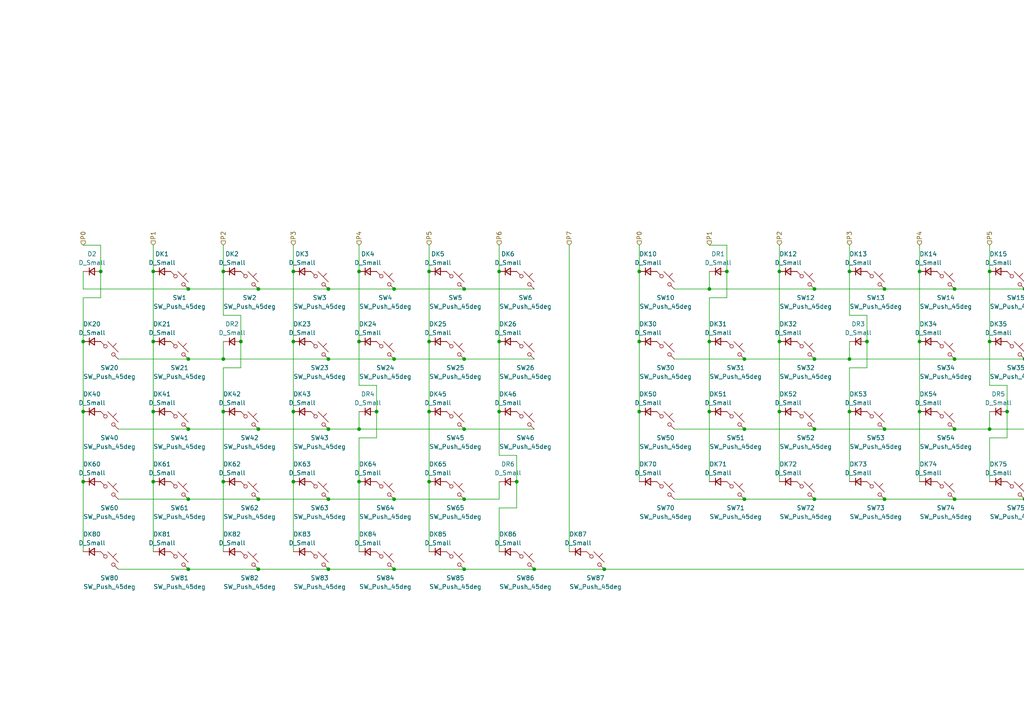
<source format=kicad_sch>
(kicad_sch (version 20230121) (generator eeschema)
  (paper "A4")
  (lib_symbols
    (symbol "Device:D_Small" (pin_numbers hide) (pin_names (offset 0.254) hide)
      (property "Reference" "D" (at -1.27 2.032 0))
      (property "Value" "D_Small" (at -3.81 -2.032 0))
      (symbol "D_Small_0_1"
        (polyline (pts (xy -0.762 -1.016) (xy -0.762 1.016)) (stroke (width 0.254)))
        (polyline (pts (xy -0.762 0) (xy 0.762 0)))
        (polyline (pts (xy 0.762 -1.016) (xy -0.762 0) (xy 0.762 1.016) (xy 0.762 -1.016)) (stroke (width 0.254)))
      )
      (symbol "D_Small_1_1"
        (pin passive line (at -2.54 0 0) (length 1.778) (name "K") (number "1"))
        (pin passive line (at 2.54 0 180) (length 1.778) (name "A") (number "2"))
      )
    )
    (symbol "Switch:SW_Push_45deg" (pin_numbers hide) (pin_names (offset 1.016) hide)
      (property "Reference" "SW" (at 3.048 1.016 0))
      (property "Value" "SW_Push_45deg" (at 0 -3.81 0))
      (symbol "SW_Push_45deg_0_1"
        (circle (center -1.1684 1.1684) (radius 0.508))
        (polyline (pts (xy -0.508 2.54) (xy 2.54 -0.508)))
        (polyline (pts (xy 1.016 1.016) (xy 2.032 2.032)))
        (polyline (pts (xy -2.54 2.54) (xy -1.524 1.524) (xy -1.524 1.524)))
        (polyline (pts (xy 1.524 -1.524) (xy 2.54 -2.54) (xy 2.54 -2.54) (xy 2.54 -2.54)))
        (circle (center 1.143 -1.1938) (radius 0.508))
        (pin passive line (at -2.54 2.54 0) (length 0) (name "1") (number "1"))
        (pin passive line (at 2.54 -2.54 180) (length 0) (name "2") (number "2"))
      )
    )
  )
  (junction (at 307.34 119.38))
  (junction (at 124.46 139.7))
  (junction (at 114.3 104.14))
  (junction (at 256.54 144.78))
  (junction (at 24.13 139.7))
  (junction (at 134.62 124.46))
  (junction (at 74.93 124.46))
  (junction (at 124.46 119.38))
  (junction (at 149.86 139.7))
  (junction (at 134.62 104.14))
  (junction (at 246.38 78.74))
  (junction (at 226.06 78.74))
  (junction (at 64.77 139.7))
  (junction (at 29.21 78.74))
  (junction (at 134.62 83.82))
  (junction (at 292.1 119.38))
  (junction (at 215.9 144.78))
  (junction (at 54.61 83.82))
  (junction (at 114.3 83.82))
  (junction (at 124.46 78.74))
  (junction (at 95.25 165.1))
  (junction (at 210.82 78.74))
  (junction (at 24.13 99.06))
  (junction (at 85.09 78.74))
  (junction (at 236.22 124.46))
  (junction (at 251.46 99.06))
  (junction (at 236.22 104.14))
  (junction (at 109.22 119.38))
  (junction (at 236.22 144.78))
  (junction (at 317.5 144.78))
  (junction (at 236.22 83.82))
  (junction (at 44.45 78.74))
  (junction (at 307.34 78.74))
  (junction (at 276.86 104.14))
  (junction (at 54.61 144.78))
  (junction (at 215.9 104.14))
  (junction (at 144.78 78.74))
  (junction (at 297.18 83.82))
  (junction (at 276.86 144.78))
  (junction (at 74.93 144.78))
  (junction (at 104.14 78.74))
  (junction (at 205.74 99.06))
  (junction (at 74.93 83.82))
  (junction (at 44.45 99.06))
  (junction (at 104.14 139.7))
  (junction (at 64.77 78.74))
  (junction (at 95.25 144.78))
  (junction (at 134.62 144.78))
  (junction (at 95.25 83.82))
  (junction (at 317.5 83.82))
  (junction (at 226.06 119.38))
  (junction (at 327.66 119.38))
  (junction (at 276.86 124.46))
  (junction (at 124.46 99.06))
  (junction (at 44.45 119.38))
  (junction (at 297.18 144.78))
  (junction (at 134.62 165.1))
  (junction (at 266.7 99.06))
  (junction (at 307.34 99.06))
  (junction (at 104.14 124.46))
  (junction (at 44.45 139.7))
  (junction (at 144.78 99.06))
  (junction (at 287.02 124.46))
  (junction (at 175.26 165.1))
  (junction (at 266.7 78.74))
  (junction (at 287.02 78.74))
  (junction (at 104.14 99.06))
  (junction (at 317.5 124.46))
  (junction (at 327.66 99.06))
  (junction (at 185.42 99.06))
  (junction (at 297.18 104.14))
  (junction (at 215.9 124.46))
  (junction (at 205.74 83.82))
  (junction (at 85.09 119.38))
  (junction (at 276.86 83.82))
  (junction (at 114.3 144.78))
  (junction (at 226.06 99.06))
  (junction (at 317.5 104.14))
  (junction (at 64.77 119.38))
  (junction (at 24.13 119.38))
  (junction (at 154.94 165.1))
  (junction (at 144.78 119.38))
  (junction (at 246.38 119.38))
  (junction (at 114.3 165.1))
  (junction (at 85.09 99.06))
  (junction (at 287.02 99.06))
  (junction (at 266.7 119.38))
  (junction (at 85.09 139.7))
  (junction (at 69.85 99.06))
  (junction (at 205.74 119.38))
  (junction (at 64.77 104.14))
  (junction (at 74.93 165.1))
  (junction (at 256.54 124.46))
  (junction (at 54.61 165.1))
  (junction (at 95.25 104.14))
  (junction (at 185.42 78.74))
  (junction (at 327.66 78.74))
  (junction (at 95.25 124.46))
  (junction (at 246.38 104.14))
  (junction (at 185.42 119.38))
  (junction (at 54.61 124.46))
  (junction (at 54.61 104.14))
  (junction (at 256.54 83.82))
  (wire (pts (xy 307.34 99.06) (xy 307.34 119.38)))
  (wire (pts (xy 226.06 71.12) (xy 226.06 78.74)))
  (wire (pts (xy 104.14 160.02) (xy 104.14 139.7)))
  (wire (pts (xy 64.77 139.7) (xy 64.77 160.02)))
  (wire (pts (xy 215.9 144.78) (xy 236.22 144.78)))
  (wire (pts (xy 246.38 78.74) (xy 246.38 91.44)))
  (wire (pts (xy 85.09 71.12) (xy 85.09 78.74)))
  (wire (pts (xy 54.61 124.46) (xy 74.93 124.46)))
  (wire (pts (xy 74.93 144.78) (xy 95.25 144.78)))
  (wire (pts (xy 144.78 147.32) (xy 144.78 160.02)))
  (wire (pts (xy 246.38 91.44) (xy 251.46 91.44)))
  (wire (pts (xy 307.34 119.38) (xy 307.34 139.7)))
  (wire (pts (xy 144.78 144.78) (xy 144.78 139.7)))
  (wire (pts (xy 317.5 104.14) (xy 337.82 104.14)))
  (wire (pts (xy 149.86 139.7) (xy 149.86 147.32)))
  (wire (pts (xy 205.74 83.82) (xy 236.22 83.82)))
  (wire (pts (xy 287.02 71.12) (xy 287.02 78.74)))
  (wire (pts (xy 292.1 119.38) (xy 292.1 127)))
  (wire (pts (xy 210.82 71.12) (xy 210.82 78.74)))
  (wire (pts (xy 24.13 99.06) (xy 24.13 119.38)))
  (wire (pts (xy 144.78 78.74) (xy 144.78 99.06)))
  (wire (pts (xy 297.18 83.82) (xy 317.5 83.82)))
  (wire (pts (xy 104.14 78.74) (xy 104.14 99.06)))
  (wire (pts (xy 29.21 78.74) (xy 29.21 86.36)))
  (wire (pts (xy 44.45 99.06) (xy 44.45 119.38)))
  (wire (pts (xy 104.14 127) (xy 109.22 127)))
  (wire (pts (xy 64.77 71.12) (xy 64.77 78.74)))
  (wire (pts (xy 266.7 119.38) (xy 266.7 139.7)))
  (wire (pts (xy 95.25 165.1) (xy 114.3 165.1)))
  (wire (pts (xy 134.62 124.46) (xy 154.94 124.46)))
  (wire (pts (xy 266.7 71.12) (xy 266.7 78.74)))
  (wire (pts (xy 246.38 119.38) (xy 246.38 139.7)))
  (wire (pts (xy 29.21 71.12) (xy 29.21 78.74)))
  (wire (pts (xy 85.09 119.38) (xy 85.09 139.7)))
  (wire (pts (xy 24.13 86.36) (xy 24.13 99.06)))
  (wire (pts (xy 327.66 78.74) (xy 327.66 99.06)))
  (wire (pts (xy 24.13 119.38) (xy 24.13 139.7)))
  (wire (pts (xy 287.02 78.74) (xy 287.02 99.06)))
  (wire (pts (xy 185.42 119.38) (xy 185.42 139.7)))
  (wire (pts (xy 124.46 78.74) (xy 124.46 99.06)))
  (wire (pts (xy 287.02 127) (xy 287.02 139.7)))
  (wire (pts (xy 109.22 127) (xy 109.22 119.38)))
  (wire (pts (xy 74.93 165.1) (xy 95.25 165.1)))
  (wire (pts (xy 74.93 83.82) (xy 95.25 83.82)))
  (wire (pts (xy 317.5 83.82) (xy 337.82 83.82)))
  (wire (pts (xy 353.06 152.4) (xy 347.98 152.4)))
  (wire (pts (xy 236.22 104.14) (xy 246.38 104.14)))
  (wire (pts (xy 307.34 78.74) (xy 307.34 99.06)))
  (wire (pts (xy 34.29 104.14) (xy 54.61 104.14)))
  (wire (pts (xy 205.74 86.36) (xy 205.74 99.06)))
  (wire (pts (xy 327.66 119.38) (xy 327.66 132.08)))
  (wire (pts (xy 236.22 144.78) (xy 256.54 144.78)))
  (wire (pts (xy 149.86 147.32) (xy 144.78 147.32)))
  (wire (pts (xy 292.1 111.76) (xy 292.1 119.38)))
  (wire (pts (xy 29.21 86.36) (xy 24.13 86.36)))
  (wire (pts (xy 114.3 144.78) (xy 134.62 144.78)))
  (wire (pts (xy 24.13 139.7) (xy 24.13 160.02)))
  (wire (pts (xy 114.3 83.82) (xy 134.62 83.82)))
  (wire (pts (xy 185.42 78.74) (xy 185.42 99.06)))
  (wire (pts (xy 104.14 71.12) (xy 104.14 78.74)))
  (wire (pts (xy 195.58 104.14) (xy 215.9 104.14)))
  (wire (pts (xy 24.13 83.82) (xy 54.61 83.82)))
  (wire (pts (xy 69.85 91.44) (xy 69.85 99.06)))
  (wire (pts (xy 69.85 99.06) (xy 69.85 106.68)))
  (wire (pts (xy 124.46 119.38) (xy 124.46 139.7)))
  (wire (pts (xy 144.78 99.06) (xy 144.78 119.38)))
  (wire (pts (xy 124.46 71.12) (xy 124.46 78.74)))
  (wire (pts (xy 64.77 99.06) (xy 64.77 104.14)))
  (wire (pts (xy 251.46 91.44) (xy 251.46 99.06)))
  (wire (pts (xy 297.18 104.14) (xy 317.5 104.14)))
  (wire (pts (xy 64.77 119.38) (xy 64.77 139.7)))
  (wire (pts (xy 85.09 139.7) (xy 85.09 160.02)))
  (wire (pts (xy 185.42 71.12) (xy 185.42 78.74)))
  (wire (pts (xy 134.62 144.78) (xy 144.78 144.78)))
  (wire (pts (xy 64.77 106.68) (xy 64.77 119.38)))
  (wire (pts (xy 256.54 144.78) (xy 276.86 144.78)))
  (wire (pts (xy 95.25 144.78) (xy 114.3 144.78)))
  (wire (pts (xy 327.66 71.12) (xy 327.66 78.74)))
  (wire (pts (xy 215.9 104.14) (xy 236.22 104.14)))
  (wire (pts (xy 276.86 144.78) (xy 297.18 144.78)))
  (wire (pts (xy 54.61 144.78) (xy 74.93 144.78)))
  (wire (pts (xy 226.06 99.06) (xy 226.06 119.38)))
  (wire (pts (xy 256.54 124.46) (xy 276.86 124.46)))
  (wire (pts (xy 251.46 99.06) (xy 251.46 106.68)))
  (wire (pts (xy 54.61 165.1) (xy 74.93 165.1)))
  (wire (pts (xy 64.77 78.74) (xy 64.77 91.44)))
  (wire (pts (xy 95.25 83.82) (xy 114.3 83.82)))
  (wire (pts (xy 307.34 71.12) (xy 307.34 78.74)))
  (wire (pts (xy 215.9 124.46) (xy 236.22 124.46)))
  (wire (pts (xy 74.93 124.46) (xy 95.25 124.46)))
  (wire (pts (xy 236.22 83.82) (xy 256.54 83.82)))
  (wire (pts (xy 104.14 119.38) (xy 104.14 124.46)))
  (wire (pts (xy 246.38 106.68) (xy 246.38 119.38)))
  (wire (pts (xy 287.02 111.76) (xy 292.1 111.76)))
  (wire (pts (xy 205.74 119.38) (xy 205.74 139.7)))
  (wire (pts (xy 195.58 83.82) (xy 205.74 83.82)))
  (wire (pts (xy 276.86 124.46) (xy 287.02 124.46)))
  (wire (pts (xy 95.25 124.46) (xy 104.14 124.46)))
  (wire (pts (xy 154.94 165.1) (xy 175.26 165.1)))
  (wire (pts (xy 185.42 99.06) (xy 185.42 119.38)))
  (wire (pts (xy 205.74 71.12) (xy 210.82 71.12)))
  (wire (pts (xy 64.77 91.44) (xy 69.85 91.44)))
  (wire (pts (xy 210.82 86.36) (xy 205.74 86.36)))
  (wire (pts (xy 54.61 104.14) (xy 64.77 104.14)))
  (wire (pts (xy 44.45 139.7) (xy 44.45 160.02)))
  (wire (pts (xy 317.5 144.78) (xy 327.66 144.78)))
  (wire (pts (xy 347.98 71.12) (xy 347.98 152.4)))
  (wire (pts (xy 297.18 144.78) (xy 317.5 144.78)))
  (wire (pts (xy 205.74 99.06) (xy 205.74 119.38)))
  (wire (pts (xy 246.38 71.12) (xy 246.38 78.74)))
  (wire (pts (xy 327.66 99.06) (xy 327.66 119.38)))
  (wire (pts (xy 236.22 124.46) (xy 256.54 124.46)))
  (wire (pts (xy 149.86 132.08) (xy 149.86 139.7)))
  (wire (pts (xy 54.61 83.82) (xy 74.93 83.82)))
  (wire (pts (xy 246.38 99.06) (xy 246.38 104.14)))
  (wire (pts (xy 109.22 111.76) (xy 109.22 119.38)))
  (wire (pts (xy 195.58 144.78) (xy 215.9 144.78)))
  (wire (pts (xy 292.1 127) (xy 287.02 127)))
  (wire (pts (xy 287.02 124.46) (xy 317.5 124.46)))
  (wire (pts (xy 134.62 104.14) (xy 154.94 104.14)))
  (wire (pts (xy 64.77 104.14) (xy 95.25 104.14)))
  (wire (pts (xy 24.13 78.74) (xy 24.13 83.82)))
  (wire (pts (xy 85.09 78.74) (xy 85.09 99.06)))
  (wire (pts (xy 134.62 165.1) (xy 154.94 165.1)))
  (wire (pts (xy 85.09 99.06) (xy 85.09 119.38)))
  (wire (pts (xy 226.06 78.74) (xy 226.06 99.06)))
  (wire (pts (xy 124.46 99.06) (xy 124.46 119.38)))
  (wire (pts (xy 44.45 78.74) (xy 44.45 99.06)))
  (wire (pts (xy 144.78 119.38) (xy 144.78 132.08)))
  (wire (pts (xy 332.74 132.08) (xy 332.74 139.7)))
  (wire (pts (xy 276.86 83.82) (xy 297.18 83.82)))
  (wire (pts (xy 69.85 106.68) (xy 64.77 106.68)))
  (wire (pts (xy 195.58 124.46) (xy 215.9 124.46)))
  (wire (pts (xy 287.02 119.38) (xy 287.02 124.46)))
  (wire (pts (xy 317.5 124.46) (xy 337.82 124.46)))
  (wire (pts (xy 327.66 132.08) (xy 332.74 132.08)))
  (wire (pts (xy 114.3 104.14) (xy 134.62 104.14)))
  (wire (pts (xy 175.26 165.1) (xy 347.98 165.1)))
  (wire (pts (xy 95.25 104.14) (xy 114.3 104.14)))
  (wire (pts (xy 104.14 124.46) (xy 134.62 124.46)))
  (wire (pts (xy 134.62 83.82) (xy 154.94 83.82)))
  (wire (pts (xy 144.78 71.12) (xy 144.78 78.74)))
  (wire (pts (xy 226.06 119.38) (xy 226.06 139.7)))
  (wire (pts (xy 251.46 106.68) (xy 246.38 106.68)))
  (wire (pts (xy 165.1 71.12) (xy 165.1 160.02)))
  (wire (pts (xy 104.14 139.7) (xy 104.14 127)))
  (wire (pts (xy 34.29 144.78) (xy 54.61 144.78)))
  (wire (pts (xy 266.7 99.06) (xy 266.7 119.38)))
  (wire (pts (xy 246.38 104.14) (xy 276.86 104.14)))
  (wire (pts (xy 34.29 165.1) (xy 54.61 165.1)))
  (wire (pts (xy 256.54 83.82) (xy 276.86 83.82)))
  (wire (pts (xy 327.66 144.78) (xy 327.66 139.7)))
  (wire (pts (xy 353.06 160.02) (xy 353.06 152.4)))
  (wire (pts (xy 34.29 124.46) (xy 54.61 124.46)))
  (wire (pts (xy 104.14 111.76) (xy 109.22 111.76)))
  (wire (pts (xy 24.13 71.12) (xy 29.21 71.12)))
  (wire (pts (xy 210.82 78.74) (xy 210.82 86.36)))
  (wire (pts (xy 44.45 119.38) (xy 44.45 139.7)))
  (wire (pts (xy 205.74 78.74) (xy 205.74 83.82)))
  (wire (pts (xy 114.3 165.1) (xy 134.62 165.1)))
  (wire (pts (xy 44.45 71.12) (xy 44.45 78.74)))
  (wire (pts (xy 104.14 99.06) (xy 104.14 111.76)))
  (wire (pts (xy 144.78 132.08) (xy 149.86 132.08)))
  (wire (pts (xy 124.46 139.7) (xy 124.46 160.02)))
  (wire (pts (xy 347.98 165.1) (xy 347.98 160.02)))
  (wire (pts (xy 276.86 104.14) (xy 297.18 104.14)))
  (wire (pts (xy 287.02 99.06) (xy 287.02 111.76)))
  (wire (pts (xy 266.7 78.74) (xy 266.7 99.06)))
  (hierarchical_label "P4" (shape input) (at 104.14 71.12 90))
  (hierarchical_label "P6" (shape input) (at 144.78 71.12 90))
  (hierarchical_label "P4" (shape input) (at 266.7 71.12 90))
  (hierarchical_label "P5" (shape input) (at 124.46 71.12 90))
  (hierarchical_label "P7" (shape input) (at 327.66 71.12 90))
  (hierarchical_label "P6" (shape input) (at 307.34 71.12 90))
  (hierarchical_label "P0" (shape input) (at 24.13 71.12 90))
  (hierarchical_label "P1" (shape input) (at 205.74 71.12 90))
  (hierarchical_label "P8" (shape input) (at 347.98 71.12 90))
  (hierarchical_label "P7" (shape input) (at 165.1 71.12 90))
  (hierarchical_label "P1" (shape input) (at 44.45 71.12 90))
  (hierarchical_label "P2" (shape input) (at 226.06 71.12 90))
  (hierarchical_label "P3" (shape input) (at 85.09 71.12 90))
  (hierarchical_label "P2" (shape input) (at 64.77 71.12 90))
  (hierarchical_label "P5" (shape input) (at 287.02 71.12 90))
  (hierarchical_label "P0" (shape input) (at 185.42 71.12 90))
  (hierarchical_label "P3" (shape input) (at 246.38 71.12 90))
  (symbol (lib_id "Device:D_Small") (at 187.96 78.74 0) (unit 1)
    (property "Reference" "DK10" (at 187.96 73.66 0))
    (property "Value" "D_Small" (at 187.96 76.2 0))
    (property "Footprint" "Diode_SMD:D_SOD-123" (effects hide))
    (property "Sim.Device" "D" (effects hide))
    (property "Sim.Pins" "1=K 2=A" (effects hide))
  )
  (symbol (lib_id "Device:D_Small") (at 46.99 160.02 0) (unit 1)
    (property "Reference" "DK81" (at 46.99 154.94 0))
    (property "Value" "D_Small" (at 46.99 157.48 0))
    (property "Footprint" "Diode_SMD:D_SOD-123" (effects hide))
    (property "Sim.Device" "D" (effects hide))
    (property "Sim.Pins" "1=K 2=A" (effects hide))
  )
  (symbol (lib_id "Switch:SW_Push_45deg") (at 111.76 101.6 0) (unit 1)
    (property "Reference" "SW24" (at 111.76 106.68 0))
    (property "Value" "SW_Push_45deg" (at 111.76 109.22 0))
    (property "Footprint" "SMKJP:SW_Cherry_MX1A_1.00u_PCB" (effects hide))
  )
  (symbol (lib_id "Device:D_Small") (at 269.24 139.7 0) (unit 1)
    (property "Reference" "DK74" (at 269.24 134.62 0))
    (property "Value" "D_Small" (at 269.24 137.16 0))
    (property "Footprint" "Diode_SMD:D_SOD-123" (effects hide))
    (property "Sim.Device" "D" (effects hide))
    (property "Sim.Pins" "1=K 2=A" (effects hide))
  )
  (symbol (lib_id "Device:D_Small") (at 147.32 78.74 0) (unit 1)
    (property "Reference" "DK6" (at 147.32 73.66 0))
    (property "Value" "D_Small" (at 147.32 76.2 0))
    (property "Footprint" "Diode_SMD:D_SOD-123" (effects hide))
    (property "Sim.Device" "D" (effects hide))
    (property "Sim.Pins" "1=K 2=A" (effects hide))
  )
  (symbol (lib_id "Device:D_Small") (at 87.63 99.06 0) (unit 1)
    (property "Reference" "DK23" (at 87.63 93.98 0))
    (property "Value" "D_Small" (at 87.63 96.52 0))
    (property "Footprint" "Diode_SMD:D_SOD-123" (effects hide))
    (property "Sim.Device" "D" (effects hide))
    (property "Sim.Pins" "1=K 2=A" (effects hide))
  )
  (symbol (lib_id "Device:D_Small") (at 167.64 160.02 0) (unit 1)
    (property "Reference" "DK87" (at 167.64 154.94 0))
    (property "Value" "D_Small" (at 167.64 157.48 0))
    (property "Footprint" "Diode_SMD:D_SOD-123" (effects hide))
    (property "Sim.Device" "D" (effects hide))
    (property "Sim.Pins" "1=K 2=A" (effects hide))
  )
  (symbol (lib_id "Switch:SW_Push_45deg") (at 193.04 121.92 0) (unit 1)
    (property "Reference" "SW50" (at 193.04 127 0))
    (property "Value" "SW_Push_45deg" (at 193.04 129.54 0))
    (property "Footprint" "SMKJP:SW_Cherry_MX1A_1.00u_PCB" (effects hide))
  )
  (symbol (lib_id "Device:D_Small") (at 187.96 99.06 0) (unit 1)
    (property "Reference" "DK30" (at 187.96 93.98 0))
    (property "Value" "D_Small" (at 187.96 96.52 0))
    (property "Footprint" "Diode_SMD:D_SOD-123" (effects hide))
    (property "Sim.Device" "D" (effects hide))
    (property "Sim.Pins" "1=K 2=A" (effects hide))
  )
  (symbol (lib_id "Switch:SW_Push_45deg") (at 335.28 81.28 0) (unit 1)
    (property "Reference" "SW17" (at 335.28 86.36 0))
    (property "Value" "SW_Push_45deg" (at 335.28 88.9 0))
    (property "Footprint" "SMKJP:SW_Cherry_MX1A_1.00u_PCB" (effects hide))
  )
  (symbol (lib_id "Switch:SW_Push_45deg") (at 152.4 101.6 0) (unit 1)
    (property "Reference" "SW26" (at 152.4 106.68 0))
    (property "Value" "SW_Push_45deg" (at 152.4 109.22 0))
    (property "Footprint" "SMKJP:SW_Cherry_MX1A_1.00u_PCB" (effects hide))
  )
  (symbol (lib_id "Device:D_Small") (at 248.92 119.38 0) (unit 1)
    (property "Reference" "DK53" (at 248.92 114.3 0))
    (property "Value" "D_Small" (at 248.92 116.84 0))
    (property "Footprint" "Diode_SMD:D_SOD-123" (effects hide))
    (property "Sim.Device" "D" (effects hide))
    (property "Sim.Pins" "1=K 2=A" (effects hide))
  )
  (symbol (lib_id "Switch:SW_Push_45deg") (at 254 142.24 0) (unit 1)
    (property "Reference" "SW73" (at 254 147.32 0))
    (property "Value" "SW_Push_45deg" (at 254 149.86 0))
    (property "Footprint" "SMKJP:SW_Cherry_MX1A_1.00u_PCB" (effects hide))
  )
  (symbol (lib_id "Device:D_Small") (at 127 119.38 0) (unit 1)
    (property "Reference" "DK45" (at 127 114.3 0))
    (property "Value" "D_Small" (at 127 116.84 0))
    (property "Footprint" "Diode_SMD:D_SOD-123" (effects hide))
    (property "Sim.Device" "D" (effects hide))
    (property "Sim.Pins" "1=K 2=A" (effects hide))
  )
  (symbol (lib_id "Device:D_Small") (at 330.2 99.06 0) (unit 1)
    (property "Reference" "DK37" (at 330.2 93.98 0))
    (property "Value" "D_Small" (at 330.2 96.52 0))
    (property "Footprint" "Diode_SMD:D_SOD-123" (effects hide))
    (property "Sim.Device" "D" (effects hide))
    (property "Sim.Pins" "1=K 2=A" (effects hide))
  )
  (symbol (lib_id "Device:D_Small") (at 309.88 119.38 0) (unit 1)
    (property "Reference" "DK56" (at 309.88 114.3 0))
    (property "Value" "D_Small" (at 309.88 116.84 0))
    (property "Footprint" "Diode_SMD:D_SOD-123" (effects hide))
    (property "Sim.Device" "D" (effects hide))
    (property "Sim.Pins" "1=K 2=A" (effects hide))
  )
  (symbol (lib_id "Device:D_Small") (at 87.63 78.74 0) (unit 1)
    (property "Reference" "DK3" (at 87.63 73.66 0))
    (property "Value" "D_Small" (at 87.63 76.2 0))
    (property "Footprint" "Diode_SMD:D_SOD-123" (effects hide))
    (property "Sim.Device" "D" (effects hide))
    (property "Sim.Pins" "1=K 2=A" (effects hide))
  )
  (symbol (lib_id "Switch:SW_Push_45deg") (at 274.32 142.24 0) (unit 1)
    (property "Reference" "SW74" (at 274.32 147.32 0))
    (property "Value" "SW_Push_45deg" (at 274.32 149.86 0))
    (property "Footprint" "SMKJP:SW_Cherry_MX1A_1.00u_PCB" (effects hide))
  )
  (symbol (lib_id "Device:D_Small") (at 228.6 78.74 0) (unit 1)
    (property "Reference" "DK12" (at 228.6 73.66 0))
    (property "Value" "D_Small" (at 228.6 76.2 0))
    (property "Footprint" "Diode_SMD:D_SOD-123" (effects hide))
    (property "Sim.Device" "D" (effects hide))
    (property "Sim.Pins" "1=K 2=A" (effects hide))
  )
  (symbol (lib_id "Switch:SW_Push_45deg") (at 52.07 121.92 0) (unit 1)
    (property "Reference" "SW41" (at 52.07 127 0))
    (property "Value" "SW_Push_45deg" (at 52.07 129.54 0))
    (property "Footprint" "SMKJP:SW_Cherry_MX1A_1.00u_PCB" (effects hide))
  )
  (symbol (lib_id "Device:D_Small") (at 46.99 139.7 0) (unit 1)
    (property "Reference" "DK61" (at 46.99 134.62 0))
    (property "Value" "D_Small" (at 46.99 137.16 0))
    (property "Footprint" "Diode_SMD:D_SOD-123" (effects hide))
    (property "Sim.Device" "D" (effects hide))
    (property "Sim.Pins" "1=K 2=A" (effects hide))
  )
  (symbol (lib_id "Switch:SW_Push_45deg") (at 294.64 142.24 0) (unit 1)
    (property "Reference" "SW75" (at 294.64 147.32 0))
    (property "Value" "SW_Push_45deg" (at 294.64 149.86 0))
    (property "Footprint" "SMKJP:SW_Cherry_MX1A_1.00u_PCB" (effects hide))
  )
  (symbol (lib_id "Device:D_Small") (at 127 139.7 0) (unit 1)
    (property "Reference" "DK65" (at 127 134.62 0))
    (property "Value" "D_Small" (at 127 137.16 0))
    (property "Footprint" "Diode_SMD:D_SOD-123" (effects hide))
    (property "Sim.Device" "D" (effects hide))
    (property "Sim.Pins" "1=K 2=A" (effects hide))
  )
  (symbol (lib_id "Device:D_Small") (at 228.6 139.7 0) (unit 1)
    (property "Reference" "DK72" (at 228.6 134.62 0))
    (property "Value" "D_Small" (at 228.6 137.16 0))
    (property "Footprint" "Diode_SMD:D_SOD-123" (effects hide))
    (property "Sim.Device" "D" (effects hide))
    (property "Sim.Pins" "1=K 2=A" (effects hide))
  )
  (symbol (lib_id "Device:D_Small") (at 67.31 139.7 0) (unit 1)
    (property "Reference" "DK62" (at 67.31 134.62 0))
    (property "Value" "D_Small" (at 67.31 137.16 0))
    (property "Footprint" "Diode_SMD:D_SOD-123" (effects hide))
    (property "Sim.Device" "D" (effects hide))
    (property "Sim.Pins" "1=K 2=A" (effects hide))
  )
  (symbol (lib_id "Switch:SW_Push_45deg") (at 72.39 81.28 0) (unit 1)
    (property "Reference" "SW2" (at 72.39 86.36 0))
    (property "Value" "SW_Push_45deg" (at 72.39 88.9 0))
    (property "Footprint" "SMKJP:SW_Cherry_MX1A_1.00u_PCB" (effects hide))
  )
  (symbol (lib_id "Device:D_Small") (at 26.67 139.7 0) (unit 1)
    (property "Reference" "DK60" (at 26.67 134.62 0))
    (property "Value" "D_Small" (at 26.67 137.16 0))
    (property "Footprint" "Diode_SMD:D_SOD-123" (effects hide))
    (property "Sim.Device" "D" (effects hide))
    (property "Sim.Pins" "1=K 2=A" (effects hide))
  )
  (symbol (lib_id "Switch:SW_Push_45deg") (at 132.08 81.28 0) (unit 1)
    (property "Reference" "SW5" (at 132.08 86.36 0))
    (property "Value" "SW_Push_45deg" (at 132.08 88.9 0))
    (property "Footprint" "SMKJP:SW_Cherry_MX1A_1.00u_PCB" (effects hide))
  )
  (symbol (lib_id "Switch:SW_Push_45deg") (at 314.96 101.6 0) (unit 1)
    (property "Reference" "SW36" (at 314.96 106.68 0))
    (property "Value" "SW_Push_45deg" (at 314.96 109.22 0))
    (property "Footprint" "SMKJP:SW_Cherry_MX1A_1.00u_PCB" (effects hide))
  )
  (symbol (lib_id "Device:D_Small") (at 269.24 119.38 0) (unit 1)
    (property "Reference" "DK54" (at 269.24 114.3 0))
    (property "Value" "D_Small" (at 269.24 116.84 0))
    (property "Footprint" "Diode_SMD:D_SOD-123" (effects hide))
    (property "Sim.Device" "D" (effects hide))
    (property "Sim.Pins" "1=K 2=A" (effects hide))
  )
  (symbol (lib_id "Switch:SW_Push_45deg") (at 233.68 121.92 0) (unit 1)
    (property "Reference" "SW52" (at 233.68 127 0))
    (property "Value" "SW_Push_45deg" (at 233.68 129.54 0))
    (property "Footprint" "SMKJP:SW_Cherry_MX1A_1.00u_PCB" (effects hide))
  )
  (symbol (lib_id "Switch:SW_Push_45deg") (at 314.96 81.28 0) (unit 1)
    (property "Reference" "SW16" (at 314.96 86.36 0))
    (property "Value" "SW_Push_45deg" (at 314.96 88.9 0))
    (property "Footprint" "SMKJP:SW_Cherry_MX1A_1.00u_PCB" (effects hide))
  )
  (symbol (lib_id "Device:D_Small") (at 187.96 119.38 0) (unit 1)
    (property "Reference" "DK50" (at 187.96 114.3 0))
    (property "Value" "D_Small" (at 187.96 116.84 0))
    (property "Footprint" "Diode_SMD:D_SOD-123" (effects hide))
    (property "Sim.Device" "D" (effects hide))
    (property "Sim.Pins" "1=K 2=A" (effects hide))
  )
  (symbol (lib_id "Switch:SW_Push_45deg") (at 31.75 162.56 0) (unit 1)
    (property "Reference" "SW80" (at 31.75 167.64 0))
    (property "Value" "SW_Push_45deg" (at 31.75 170.18 0))
    (property "Footprint" "SMKJP:SW_Cherry_MX1A_1.25u_PCB" (effects hide))
  )
  (symbol (lib_id "Switch:SW_Push_45deg") (at 92.71 121.92 0) (unit 1)
    (property "Reference" "SW43" (at 92.71 127 0))
    (property "Value" "SW_Push_45deg" (at 92.71 129.54 0))
    (property "Footprint" "SMKJP:SW_Cherry_MX1A_1.00u_PCB" (effects hide))
  )
  (symbol (lib_id "Device:D_Small") (at 147.32 119.38 0) (unit 1)
    (property "Reference" "DK46" (at 147.32 114.3 0))
    (property "Value" "D_Small" (at 147.32 116.84 0))
    (property "Footprint" "Diode_SMD:D_SOD-123" (effects hide))
    (property "Sim.Device" "D" (effects hide))
    (property "Sim.Pins" "1=K 2=A" (effects hide))
  )
  (symbol (lib_id "Device:D_Small") (at 147.32 160.02 0) (unit 1)
    (property "Reference" "DK86" (at 147.32 154.94 0))
    (property "Value" "D_Small" (at 147.32 157.48 0))
    (property "Footprint" "Diode_SMD:D_SOD-123" (effects hide))
    (property "Sim.Device" "D" (effects hide))
    (property "Sim.Pins" "1=K 2=A" (effects hide))
  )
  (symbol (lib_id "Device:D_Small") (at 147.32 99.06 0) (unit 1)
    (property "Reference" "DK26" (at 147.32 93.98 0))
    (property "Value" "D_Small" (at 147.32 96.52 0))
    (property "Footprint" "Diode_SMD:D_SOD-123" (effects hide))
    (property "Sim.Device" "D" (effects hide))
    (property "Sim.Pins" "1=K 2=A" (effects hide))
  )
  (symbol (lib_id "Switch:SW_Push_45deg") (at 294.64 101.6 0) (unit 1)
    (property "Reference" "SW35" (at 294.64 106.68 0))
    (property "Value" "SW_Push_45deg" (at 294.64 109.22 0))
    (property "Footprint" "SMKJP:SW_Cherry_MX1A_1.00u_PCB" (effects hide))
  )
  (symbol (lib_id "Device:D_Small") (at 46.99 78.74 0) (unit 1)
    (property "Reference" "DK1" (at 46.99 73.66 0))
    (property "Value" "D_Small" (at 46.99 76.2 0))
    (property "Footprint" "Diode_SMD:D_SOD-123" (effects hide))
    (property "Sim.Device" "D" (effects hide))
    (property "Sim.Pins" "1=K 2=A" (effects hide))
  )
  (symbol (lib_id "Switch:SW_Push_45deg") (at 152.4 121.92 0) (unit 1)
    (property "Reference" "SW46" (at 152.4 127 0))
    (property "Value" "SW_Push_45deg" (at 152.4 129.54 0))
    (property "Footprint" "SMKJP:SW_Cherry_MX1A_1.00u_PCB" (effects hide))
  )
  (symbol (lib_id "Device:D_Small") (at 309.88 78.74 0) (unit 1)
    (property "Reference" "DK16" (at 309.88 73.66 0))
    (property "Value" "D_Small" (at 309.88 76.2 0))
    (property "Footprint" "Diode_SMD:D_SOD-123" (effects hide))
    (property "Sim.Device" "D" (effects hide))
    (property "Sim.Pins" "1=K 2=A" (effects hide))
  )
  (symbol (lib_id "Device:D_Small") (at 46.99 119.38 0) (unit 1)
    (property "Reference" "DK41" (at 46.99 114.3 0))
    (property "Value" "D_Small" (at 46.99 116.84 0))
    (property "Footprint" "Diode_SMD:D_SOD-123" (effects hide))
    (property "Sim.Device" "D" (effects hide))
    (property "Sim.Pins" "1=K 2=A" (effects hide))
  )
  (symbol (lib_id "Switch:SW_Push_45deg") (at 193.04 142.24 0) (unit 1)
    (property "Reference" "SW70" (at 193.04 147.32 0))
    (property "Value" "SW_Push_45deg" (at 193.04 149.86 0))
    (property "Footprint" "SMKJP:SW_Cherry_MX1A_1.00u_PCB" (effects hide))
  )
  (symbol (lib_id "Device:D_Small") (at 330.2 78.74 0) (unit 1)
    (property "Reference" "DK17" (at 330.2 73.66 0))
    (property "Value" "D_Small" (at 330.2 76.2 0))
    (property "Footprint" "Diode_SMD:D_SOD-123" (effects hide))
    (property "Sim.Device" "D" (effects hide))
    (property "Sim.Pins" "1=K 2=A" (effects hide))
  )
  (symbol (lib_id "Device:D_Small") (at 67.31 78.74 0) (unit 1)
    (property "Reference" "DK2" (at 67.31 73.66 0))
    (property "Value" "D_Small" (at 67.31 76.2 0))
    (property "Footprint" "Diode_SMD:D_SOD-123" (effects hide))
    (property "Sim.Device" "D" (effects hide))
    (property "Sim.Pins" "1=K 2=A" (effects hide))
  )
  (symbol (lib_id "Device:D_Small") (at 208.28 139.7 0) (unit 1)
    (property "Reference" "DK71" (at 208.28 134.62 0))
    (property "Value" "D_Small" (at 208.28 137.16 0))
    (property "Footprint" "Diode_SMD:D_SOD-123" (effects hide))
    (property "Sim.Device" "D" (effects hide))
    (property "Sim.Pins" "1=K 2=A" (effects hide))
  )
  (symbol (lib_id "Device:D_Small") (at 26.67 99.06 0) (unit 1)
    (property "Reference" "DK20" (at 26.67 93.98 0))
    (property "Value" "D_Small" (at 26.67 96.52 0))
    (property "Footprint" "Diode_SMD:D_SOD-123" (effects hide))
    (property "Sim.Device" "D" (effects hide))
    (property "Sim.Pins" "1=K 2=A" (effects hide))
  )
  (symbol (lib_id "Device:D_Small") (at 147.32 139.7 0) (unit 1)
    (property "Reference" "DR6" (at 147.32 134.62 0))
    (property "Value" "D_Small" (at 147.32 137.16 0))
    (property "Footprint" "Diode_SMD:D_SOD-123" (effects hide))
    (property "Sim.Device" "D" (effects hide))
    (property "Sim.Pins" "1=K 2=A" (effects hide))
  )
  (symbol (lib_id "Device:D_Small") (at 248.92 78.74 0) (unit 1)
    (property "Reference" "DK13" (at 248.92 73.66 0))
    (property "Value" "D_Small" (at 248.92 76.2 0))
    (property "Footprint" "Diode_SMD:D_SOD-123" (effects hide))
    (property "Sim.Device" "D" (effects hide))
    (property "Sim.Pins" "1=K 2=A" (effects hide))
  )
  (symbol (lib_id "Switch:SW_Push_45deg") (at 111.76 142.24 0) (unit 1)
    (property "Reference" "SW64" (at 111.76 147.32 0))
    (property "Value" "SW_Push_45deg" (at 111.76 149.86 0))
    (property "Footprint" "SMKJP:SW_Cherry_MX1A_1.00u_PCB" (effects hide))
  )
  (symbol (lib_id "Switch:SW_Push_45deg") (at 52.07 142.24 0) (unit 1)
    (property "Reference" "SW61" (at 52.07 147.32 0))
    (property "Value" "SW_Push_45deg" (at 52.07 149.86 0))
    (property "Footprint" "SMKJP:SW_Cherry_MX1A_1.00u_PCB" (effects hide))
  )
  (symbol (lib_id "Device:D_Small") (at 87.63 119.38 0) (unit 1)
    (property "Reference" "DK43" (at 87.63 114.3 0))
    (property "Value" "D_Small" (at 87.63 116.84 0))
    (property "Footprint" "Diode_SMD:D_SOD-123" (effects hide))
    (property "Sim.Device" "D" (effects hide))
    (property "Sim.Pins" "1=K 2=A" (effects hide))
  )
  (symbol (lib_id "Device:D_Small") (at 87.63 139.7 0) (unit 1)
    (property "Reference" "DK63" (at 87.63 134.62 0))
    (property "Value" "D_Small" (at 87.63 137.16 0))
    (property "Footprint" "Diode_SMD:D_SOD-123" (effects hide))
    (property "Sim.Device" "D" (effects hide))
    (property "Sim.Pins" "1=K 2=A" (effects hide))
  )
  (symbol (lib_id "Switch:SW_Push_45deg") (at 172.72 162.56 0) (unit 1)
    (property "Reference" "SW87" (at 172.72 167.64 0))
    (property "Value" "SW_Push_45deg" (at 172.72 170.18 0))
    (property "Footprint" "SMKJP:SW_Cherry_MX1A_1.25u_PCB" (effects hide))
  )
  (symbol (lib_id "Switch:SW_Push_45deg") (at 72.39 162.56 0) (unit 1)
    (property "Reference" "SW82" (at 72.39 167.64 0))
    (property "Value" "SW_Push_45deg" (at 72.39 170.18 0))
    (property "Footprint" "SMKJP:SW_Cherry_MX1A_1.00u_PCB" (effects hide))
  )
  (symbol (lib_id "Device:D_Small") (at 269.24 78.74 0) (unit 1)
    (property "Reference" "DK14" (at 269.24 73.66 0))
    (property "Value" "D_Small" (at 269.24 76.2 0))
    (property "Footprint" "Diode_SMD:D_SOD-123" (effects hide))
    (property "Sim.Device" "D" (effects hide))
    (property "Sim.Pins" "1=K 2=A" (effects hide))
  )
  (symbol (lib_id "Device:D_Small") (at 67.31 160.02 0) (unit 1)
    (property "Reference" "DK82" (at 67.31 154.94 0))
    (property "Value" "D_Small" (at 67.31 157.48 0))
    (property "Footprint" "Diode_SMD:D_SOD-123" (effects hide))
    (property "Sim.Device" "D" (effects hide))
    (property "Sim.Pins" "1=K 2=A" (effects hide))
  )
  (symbol (lib_id "Switch:SW_Push_45deg") (at 274.32 121.92 0) (unit 1)
    (property "Reference" "SW54" (at 274.32 127 0))
    (property "Value" "SW_Push_45deg" (at 274.32 129.54 0))
    (property "Footprint" "SMKJP:SW_Cherry_MX1A_1.00u_PCB" (effects hide))
  )
  (symbol (lib_id "Device:D_Small") (at 269.24 99.06 0) (unit 1)
    (property "Reference" "DK34" (at 269.24 93.98 0))
    (property "Value" "D_Small" (at 269.24 96.52 0))
    (property "Footprint" "Diode_SMD:D_SOD-123" (effects hide))
    (property "Sim.Device" "D" (effects hide))
    (property "Sim.Pins" "1=K 2=A" (effects hide))
  )
  (symbol (lib_id "Switch:SW_Push_45deg") (at 92.71 101.6 0) (unit 1)
    (property "Reference" "SW23" (at 92.71 106.68 0))
    (property "Value" "SW_Push_45deg" (at 92.71 109.22 0))
    (property "Footprint" "SMKJP:SW_Cherry_MX1A_1.00u_PCB" (effects hide))
  )
  (symbol (lib_id "Device:D_Small") (at 127 99.06 0) (unit 1)
    (property "Reference" "DK25" (at 127 93.98 0))
    (property "Value" "D_Small" (at 127 96.52 0))
    (property "Footprint" "Diode_SMD:D_SOD-123" (effects hide))
    (property "Sim.Device" "D" (effects hide))
    (property "Sim.Pins" "1=K 2=A" (effects hide))
  )
  (symbol (lib_id "Switch:SW_Push_45deg") (at 294.64 81.28 0) (unit 1)
    (property "Reference" "SW15" (at 294.64 86.36 0))
    (property "Value" "SW_Push_45deg" (at 294.64 88.9 0))
    (property "Footprint" "SMKJP:SW_Cherry_MX1A_1.00u_PCB" (effects hide))
  )
  (symbol (lib_id "Switch:SW_Push_45deg") (at 52.07 81.28 0) (unit 1)
    (property "Reference" "SW1" (at 52.07 86.36 0))
    (property "Value" "SW_Push_45deg" (at 52.07 88.9 0))
    (property "Footprint" "SMKJP:SW_Cherry_MX1A_1.00u_PCB" (effects hide))
  )
  (symbol (lib_id "Switch:SW_Push_45deg") (at 72.39 121.92 0) (unit 1)
    (property "Reference" "SW42" (at 72.39 127 0))
    (property "Value" "SW_Push_45deg" (at 72.39 129.54 0))
    (property "Footprint" "SMKJP:SW_Cherry_MX1A_1.00u_PCB" (effects hide))
  )
  (symbol (lib_id "Switch:SW_Push_45deg") (at 314.96 142.24 0) (unit 1)
    (property "Reference" "SW76" (at 314.96 147.32 0))
    (property "Value" "SW_Push_45deg" (at 314.96 149.86 0))
    (property "Footprint" "SMKJP:SW_Cherry_MX1A_1.75u_PCB" (effects hide))
  )
  (symbol (lib_id "Switch:SW_Push_45deg") (at 335.28 101.6 0) (unit 1)
    (property "Reference" "SW37" (at 335.28 106.68 0))
    (property "Value" "SW_Push_45deg" (at 335.28 109.22 0))
    (property "Footprint" "SMKJP:SW_Cherry_MX1A_1.50u_PCB" (effects hide))
  )
  (symbol (lib_id "Switch:SW_Push_45deg") (at 213.36 101.6 0) (unit 1)
    (property "Reference" "SW31" (at 213.36 106.68 0))
    (property "Value" "SW_Push_45deg" (at 213.36 109.22 0))
    (property "Footprint" "SMKJP:SW_Cherry_MX1A_1.00u_PCB" (effects hide))
  )
  (symbol (lib_id "Device:D_Small") (at 289.56 99.06 0) (unit 1)
    (property "Reference" "DK35" (at 289.56 93.98 0))
    (property "Value" "D_Small" (at 289.56 96.52 0))
    (property "Footprint" "Diode_SMD:D_SOD-123" (effects hide))
    (property "Sim.Device" "D" (effects hide))
    (property "Sim.Pins" "1=K 2=A" (effects hide))
  )
  (symbol (lib_id "Device:D_Small") (at 289.56 78.74 0) (unit 1)
    (property "Reference" "DK15" (at 289.56 73.66 0))
    (property "Value" "D_Small" (at 289.56 76.2 0))
    (property "Footprint" "Diode_SMD:D_SOD-123" (effects hide))
    (property "Sim.Device" "D" (effects hide))
    (property "Sim.Pins" "1=K 2=A" (effects hide))
  )
  (symbol (lib_id "Switch:SW_Push_45deg") (at 193.04 81.28 0) (unit 1)
    (property "Reference" "SW10" (at 193.04 86.36 0))
    (property "Value" "SW_Push_45deg" (at 193.04 88.9 0))
    (property "Footprint" "SMKJP:SW_Cherry_MX1A_1.00u_PCB" (effects hide))
  )
  (symbol (lib_id "Switch:SW_Push_45deg") (at 213.36 142.24 0) (unit 1)
    (property "Reference" "SW71" (at 213.36 147.32 0))
    (property "Value" "SW_Push_45deg" (at 213.36 149.86 0))
    (property "Footprint" "SMKJP:SW_Cherry_MX1A_1.00u_PCB" (effects hide))
  )
  (symbol (lib_id "Switch:SW_Push_45deg") (at 132.08 162.56 0) (unit 1)
    (property "Reference" "SW85" (at 132.08 167.64 0))
    (property "Value" "SW_Push_45deg" (at 132.08 170.18 0))
    (property "Footprint" "SMKJP:SW_Cherry_MX1A_1.00u_PCB" (effects hide))
  )
  (symbol (lib_id "Device:D_Small") (at 106.68 119.38 0) (unit 1)
    (property "Reference" "DR4" (at 106.68 114.3 0))
    (property "Value" "D_Small" (at 106.68 116.84 0))
    (property "Footprint" "Diode_SMD:D_SOD-123" (effects hide))
    (property "Sim.Device" "D" (effects hide))
    (property "Sim.Pins" "1=K 2=A" (effects hide))
  )
  (symbol (lib_id "Device:D_Small") (at 350.52 160.02 0) (unit 1)
    (property "Reference" "DR8" (at 350.52 154.94 0))
    (property "Value" "D_Small" (at 350.52 157.48 0))
    (property "Footprint" "Diode_SMD:D_SOD-123" (effects hide))
    (property "Sim.Device" "D" (effects hide))
    (property "Sim.Pins" "1=K 2=A" (effects hide))
  )
  (symbol (lib_id "Switch:SW_Push_45deg") (at 92.71 142.24 0) (unit 1)
    (property "Reference" "SW63" (at 92.71 147.32 0))
    (property "Value" "SW_Push_45deg" (at 92.71 149.86 0))
    (property "Footprint" "SMKJP:SW_Cherry_MX1A_1.00u_PCB" (effects hide))
  )
  (symbol (lib_id "Device:D_Small") (at 208.28 119.38 0) (unit 1)
    (property "Reference" "DK51" (at 208.28 114.3 0))
    (property "Value" "D_Small" (at 208.28 116.84 0))
    (property "Footprint" "Diode_SMD:D_SOD-123" (effects hide))
    (property "Sim.Device" "D" (effects hide))
    (property "Sim.Pins" "1=K 2=A" (effects hide))
  )
  (symbol (lib_id "Device:D_Small") (at 127 160.02 0) (unit 1)
    (property "Reference" "DK85" (at 127 154.94 0))
    (property "Value" "D_Small" (at 127 157.48 0))
    (property "Footprint" "Diode_SMD:D_SOD-123" (effects hide))
    (property "Sim.Device" "D" (effects hide))
    (property "Sim.Pins" "1=K 2=A" (effects hide))
  )
  (symbol (lib_id "Device:D_Small") (at 208.28 99.06 0) (unit 1)
    (property "Reference" "DK31" (at 208.28 93.98 0))
    (property "Value" "D_Small" (at 208.28 96.52 0))
    (property "Footprint" "Diode_SMD:D_SOD-123" (effects hide))
    (property "Sim.Device" "D" (effects hide))
    (property "Sim.Pins" "1=K 2=A" (effects hide))
  )
  (symbol (lib_id "Switch:SW_Push_45deg") (at 274.32 101.6 0) (unit 1)
    (property "Reference" "SW34" (at 274.32 106.68 0))
    (property "Value" "SW_Push_45deg" (at 274.32 109.22 0))
    (property "Footprint" "SMKJP:SW_Cherry_MX1A_1.00u_PCB" (effects hide))
  )
  (symbol (lib_id "Switch:SW_Push_45deg") (at 52.07 162.56 0) (unit 1)
    (property "Reference" "SW81" (at 52.07 167.64 0))
    (property "Value" "SW_Push_45deg" (at 52.07 170.18 0))
    (property "Footprint" "SMKJP:SW_Cherry_MX1A_1.25u_PCB" (effects hide))
  )
  (symbol (lib_id "Device:D_Small") (at 208.28 78.74 0) (unit 1)
    (property "Reference" "DR1" (at 208.28 73.66 0))
    (property "Value" "D_Small" (at 208.28 76.2 0))
    (property "Footprint" "Diode_SMD:D_SOD-123" (effects hide))
    (property "Sim.Device" "D" (effects hide))
    (property "Sim.Pins" "1=K 2=A" (effects hide))
  )
  (symbol (lib_id "Device:D_Small") (at 228.6 119.38 0) (unit 1)
    (property "Reference" "DK52" (at 228.6 114.3 0))
    (property "Value" "D_Small" (at 228.6 116.84 0))
    (property "Footprint" "Diode_SMD:D_SOD-123" (effects hide))
    (property "Sim.Device" "D" (effects hide))
    (property "Sim.Pins" "1=K 2=A" (effects hide))
  )
  (symbol (lib_id "Device:D_Small") (at 67.31 119.38 0) (unit 1)
    (property "Reference" "DK42" (at 67.31 114.3 0))
    (property "Value" "D_Small" (at 67.31 116.84 0))
    (property "Footprint" "Diode_SMD:D_SOD-123" (effects hide))
    (property "Sim.Device" "D" (effects hide))
    (property "Sim.Pins" "1=K 2=A" (effects hide))
  )
  (symbol (lib_id "Switch:SW_Push_45deg") (at 233.68 101.6 0) (unit 1)
    (property "Reference" "SW32" (at 233.68 106.68 0))
    (property "Value" "SW_Push_45deg" (at 233.68 109.22 0))
    (property "Footprint" "SMKJP:SW_Cherry_MX1A_1.00u_PCB" (effects hide))
  )
  (symbol (lib_id "Switch:SW_Push_45deg") (at 254 81.28 0) (unit 1)
    (property "Reference" "SW13" (at 254 86.36 0))
    (property "Value" "SW_Push_45deg" (at 254 88.9 0))
    (property "Footprint" "SMKJP:SW_Cherry_MX1A_1.00u_PCB" (effects hide))
  )
  (symbol (lib_id "Device:D_Small") (at 26.67 78.74 0) (unit 1)
    (property "Reference" "D2" (at 26.67 73.66 0))
    (property "Value" "D_Small" (at 26.67 76.2 0))
    (property "Sim.Device" "D" (effects hide))
    (property "Sim.Pins" "1=K 2=A" (effects hide))
  )
  (symbol (lib_id "Switch:SW_Push_45deg") (at 152.4 81.28 0) (unit 1)
    (property "Reference" "SW6" (at 152.4 86.36 0))
    (property "Value" "SW_Push_45deg" (at 152.4 88.9 0))
    (property "Footprint" "SMKJP:SW_Cherry_MX1A_1.00u_PCB" (effects hide))
  )
  (symbol (lib_id "Switch:SW_Push_45deg") (at 132.08 142.24 0) (unit 1)
    (property "Reference" "SW65" (at 132.08 147.32 0))
    (property "Value" "SW_Push_45deg" (at 132.08 149.86 0))
    (property "Footprint" "SMKJP:SW_Cherry_MX1A_1.00u_PCB" (effects hide))
  )
  (symbol (lib_id "Device:D_Small") (at 106.68 78.74 0) (unit 1)
    (property "Reference" "DK4" (at 106.68 73.66 0))
    (property "Value" "D_Small" (at 106.68 76.2 0))
    (property "Footprint" "Diode_SMD:D_SOD-123" (effects hide))
    (property "Sim.Device" "D" (effects hide))
    (property "Sim.Pins" "1=K 2=A" (effects hide))
  )
  (symbol (lib_id "Device:D_Small") (at 26.67 119.38 0) (unit 1)
    (property "Reference" "DK40" (at 26.67 114.3 0))
    (property "Value" "D_Small" (at 26.67 116.84 0))
    (property "Footprint" "Diode_SMD:D_SOD-123" (effects hide))
    (property "Sim.Device" "D" (effects hide))
    (property "Sim.Pins" "1=K 2=A" (effects hide))
  )
  (symbol (lib_id "Device:D_Small") (at 309.88 139.7 0) (unit 1)
    (property "Reference" "DK76" (at 309.88 134.62 0))
    (property "Value" "D_Small" (at 309.88 137.16 0))
    (property "Footprint" "Diode_SMD:D_SOD-123" (effects hide))
    (property "Sim.Device" "D" (effects hide))
    (property "Sim.Pins" "1=K 2=A" (effects hide))
  )
  (symbol (lib_id "Switch:SW_Push_45deg") (at 111.76 162.56 0) (unit 1)
    (property "Reference" "SW84" (at 111.76 167.64 0))
    (property "Value" "SW_Push_45deg" (at 111.76 170.18 0))
    (property "Footprint" "SMKJP:SW_Cherry_MX1A_2.25u_PCB" (effects hide))
  )
  (symbol (lib_id "Switch:SW_Push_45deg") (at 31.75 101.6 0) (unit 1)
    (property "Reference" "SW20" (at 31.75 106.68 0))
    (property "Value" "SW_Push_45deg" (at 31.75 109.22 0))
    (property "Footprint" "SMKJP:SW_Cherry_MX1A_1.50u_PCB" (effects hide))
  )
  (symbol (lib_id "Switch:SW_Push_45deg") (at 233.68 81.28 0) (unit 1)
    (property "Reference" "SW12" (at 233.68 86.36 0))
    (property "Value" "SW_Push_45deg" (at 233.68 88.9 0))
    (property "Footprint" "SMKJP:SW_Cherry_MX1A_1.00u_PCB" (effects hide))
  )
  (symbol (lib_id "Switch:SW_Push_45deg") (at 132.08 121.92 0) (unit 1)
    (property "Reference" "SW45" (at 132.08 127 0))
    (property "Value" "SW_Push_45deg" (at 132.08 129.54 0))
    (property "Footprint" "SMKJP:SW_Cherry_MX1A_1.00u_PCB" (effects hide))
  )
  (symbol (lib_id "Device:D_Small") (at 46.99 99.06 0) (unit 1)
    (property "Reference" "DK21" (at 46.99 93.98 0))
    (property "Value" "D_Small" (at 46.99 96.52 0))
    (property "Footprint" "Diode_SMD:D_SOD-123" (effects hide))
    (property "Sim.Device" "D" (effects hide))
    (property "Sim.Pins" "1=K 2=A" (effects hide))
  )
  (symbol (lib_id "Device:D_Small") (at 67.31 99.06 0) (unit 1)
    (property "Reference" "DR2" (at 67.31 93.98 0))
    (property "Value" "D_Small" (at 67.31 96.52 0))
    (property "Footprint" "Diode_SMD:D_SOD-123" (effects hide))
    (property "Sim.Device" "D" (effects hide))
    (property "Sim.Pins" "1=K 2=A" (effects hide))
  )
  (symbol (lib_id "Switch:SW_Push_45deg") (at 335.28 121.92 0) (unit 1)
    (property "Reference" "SW57" (at 335.28 127 0))
    (property "Value" "SW_Push_45deg" (at 335.28 129.54 0))
    (property "Footprint" "SMKJP:SW_Cherry_MX1A_2.25u_PCB" (effects hide))
  )
  (symbol (lib_id "Device:D_Small") (at 228.6 99.06 0) (unit 1)
    (property "Reference" "DK32" (at 228.6 93.98 0))
    (property "Value" "D_Small" (at 228.6 96.52 0))
    (property "Footprint" "Diode_SMD:D_SOD-123" (effects hide))
    (property "Sim.Device" "D" (effects hide))
    (property "Sim.Pins" "1=K 2=A" (effects hide))
  )
  (symbol (lib_id "Switch:SW_Push_45deg") (at 31.75 142.24 0) (unit 1)
    (property "Reference" "SW60" (at 31.75 147.32 0))
    (property "Value" "SW_Push_45deg" (at 31.75 149.86 0))
    (property "Footprint" "SMKJP:SW_Cherry_MX1A_1.25u_PCB" (effects hide))
  )
  (symbol (lib_id "Switch:SW_Push_45deg") (at 213.36 121.92 0) (unit 1)
    (property "Reference" "SW51" (at 213.36 127 0))
    (property "Value" "SW_Push_45deg" (at 213.36 129.54 0))
    (property "Footprint" "SMKJP:SW_Cherry_MX1A_1.00u_PCB" (effects hide))
  )
  (symbol (lib_id "Switch:SW_Push_45deg") (at 254 121.92 0) (unit 1)
    (property "Reference" "SW53" (at 254 127 0))
    (property "Value" "SW_Push_45deg" (at 254 129.54 0))
    (property "Footprint" "SMKJP:SW_Cherry_MX1A_1.00u_PCB" (effects hide))
  )
  (symbol (lib_id "Switch:SW_Push_45deg") (at 274.32 81.28 0) (unit 1)
    (property "Reference" "SW14" (at 274.32 86.36 0))
    (property "Value" "SW_Push_45deg" (at 274.32 88.9 0))
    (property "Footprint" "SMKJP:SW_Cherry_MX1A_1.00u_PCB" (effects hide))
  )
  (symbol (lib_id "Switch:SW_Push_45deg") (at 193.04 101.6 0) (unit 1)
    (property "Reference" "SW30" (at 193.04 106.68 0))
    (property "Value" "SW_Push_45deg" (at 193.04 109.22 0))
    (property "Footprint" "SMKJP:SW_Cherry_MX1A_1.00u_PCB" (effects hide))
  )
  (symbol (lib_id "Switch:SW_Push_45deg") (at 92.71 81.28 0) (unit 1)
    (property "Reference" "SW3" (at 92.71 86.36 0))
    (property "Value" "SW_Push_45deg" (at 92.71 88.9 0))
    (property "Footprint" "SMKJP:SW_Cherry_MX1A_1.00u_PCB" (effects hide))
  )
  (symbol (lib_id "Switch:SW_Push_45deg") (at 111.76 81.28 0) (unit 1)
    (property "Reference" "SW4" (at 111.76 86.36 0))
    (property "Value" "SW_Push_45deg" (at 111.76 88.9 0))
    (property "Footprint" "SMKJP:SW_Cherry_MX1A_1.00u_PCB" (effects hide))
  )
  (symbol (lib_id "Device:D_Small") (at 330.2 139.7 0) (unit 1)
    (property "Reference" "DR7" (at 330.2 134.62 0))
    (property "Value" "D_Small" (at 330.2 137.16 0))
    (property "Footprint" "Diode_SMD:D_SOD-123" (effects hide))
    (property "Sim.Device" "D" (effects hide))
    (property "Sim.Pins" "1=K 2=A" (effects hide))
  )
  (symbol (lib_id "Switch:SW_Push_45deg") (at 314.96 121.92 0) (unit 1)
    (property "Reference" "SW56" (at 314.96 127 0))
    (property "Value" "SW_Push_45deg" (at 314.96 129.54 0))
    (property "Footprint" "SMKJP:SW_Cherry_MX1A_1.00u_PCB" (effects hide))
  )
  (symbol (lib_id "Switch:SW_Push_45deg") (at 31.75 121.92 0) (unit 1)
    (property "Reference" "SW40" (at 31.75 127 0))
    (property "Value" "SW_Push_45deg" (at 31.75 129.54 0))
    (property "Footprint" "SMKJP:SW_Cherry_MX1A_1.75u_PCB" (effects hide))
  )
  (symbol (lib_id "Switch:SW_Push_45deg") (at 233.68 142.24 0) (unit 1)
    (property "Reference" "SW72" (at 233.68 147.32 0))
    (property "Value" "SW_Push_45deg" (at 233.68 149.86 0))
    (property "Footprint" "SMKJP:SW_Cherry_MX1A_1.00u_PCB" (effects hide))
  )
  (symbol (lib_id "Device:D_Small") (at 289.56 119.38 0) (unit 1)
    (property "Reference" "DR5" (at 289.56 114.3 0))
    (property "Value" "D_Small" (at 289.56 116.84 0))
    (property "Footprint" "Diode_SMD:D_SOD-123" (effects hide))
    (property "Sim.Device" "D" (effects hide))
    (property "Sim.Pins" "1=K 2=A" (effects hide))
  )
  (symbol (lib_id "Device:D_Small") (at 289.56 139.7 0) (unit 1)
    (property "Reference" "DK75" (at 289.56 134.62 0))
    (property "Value" "D_Small" (at 289.56 137.16 0))
    (property "Footprint" "Diode_SMD:D_SOD-123" (effects hide))
    (property "Sim.Device" "D" (effects hide))
    (property "Sim.Pins" "1=K 2=A" (effects hide))
  )
  (symbol (lib_id "Switch:SW_Push_45deg") (at 52.07 101.6 0) (unit 1)
    (property "Reference" "SW21" (at 52.07 106.68 0))
    (property "Value" "SW_Push_45deg" (at 52.07 109.22 0))
    (property "Footprint" "SMKJP:SW_Cherry_MX1A_1.00u_PCB" (effects hide))
  )
  (symbol (lib_id "Device:D_Small") (at 187.96 139.7 0) (unit 1)
    (property "Reference" "DK70" (at 187.96 134.62 0))
    (property "Value" "D_Small" (at 187.96 137.16 0))
    (property "Footprint" "Diode_SMD:D_SOD-123" (effects hide))
    (property "Sim.Device" "D" (effects hide))
    (property "Sim.Pins" "1=K 2=A" (effects hide))
  )
  (symbol (lib_id "Device:D_Small") (at 26.67 160.02 0) (unit 1)
    (property "Reference" "DK80" (at 26.67 154.94 0))
    (property "Value" "D_Small" (at 26.67 157.48 0))
    (property "Footprint" "Diode_SMD:D_SOD-123" (effects hide))
    (property "Sim.Device" "D" (effects hide))
    (property "Sim.Pins" "1=K 2=A" (effects hide))
  )
  (symbol (lib_id "Switch:SW_Push_45deg") (at 92.71 162.56 0) (unit 1)
    (property "Reference" "SW83" (at 92.71 167.64 0))
    (property "Value" "SW_Push_45deg" (at 92.71 170.18 0))
    (property "Footprint" "SMKJP:SW_Cherry_MX1A_2.25u_PCB" (effects hide))
  )
  (symbol (lib_id "Device:D_Small") (at 309.88 99.06 0) (unit 1)
    (property "Reference" "DK36" (at 309.88 93.98 0))
    (property "Value" "D_Small" (at 309.88 96.52 0))
    (property "Footprint" "Diode_SMD:D_SOD-123" (effects hide))
    (property "Sim.Device" "D" (effects hide))
    (property "Sim.Pins" "1=K 2=A" (effects hide))
  )
  (symbol (lib_id "Device:D_Small") (at 106.68 160.02 0) (unit 1)
    (property "Reference" "DK84" (at 106.68 154.94 0))
    (property "Value" "D_Small" (at 106.68 157.48 0))
    (property "Footprint" "Diode_SMD:D_SOD-123" (effects hide))
    (property "Sim.Device" "D" (effects hide))
    (property "Sim.Pins" "1=K 2=A" (effects hide))
  )
  (symbol (lib_id "Switch:SW_Push_45deg") (at 152.4 162.56 0) (unit 1)
    (property "Reference" "SW86" (at 152.4 167.64 0))
    (property "Value" "SW_Push_45deg" (at 152.4 170.18 0))
    (property "Footprint" "SMKJP:SW_Cherry_MX1A_1.25u_PCB" (effects hide))
  )
  (symbol (lib_id "Device:D_Small") (at 248.92 139.7 0) (unit 1)
    (property "Reference" "DK73" (at 248.92 134.62 0))
    (property "Value" "D_Small" (at 248.92 137.16 0))
    (property "Footprint" "Diode_SMD:D_SOD-123" (effects hide))
    (property "Sim.Device" "D" (effects hide))
    (property "Sim.Pins" "1=K 2=A" (effects hide))
  )
  (symbol (lib_id "Device:D_Small") (at 106.68 139.7 0) (unit 1)
    (property "Reference" "DK64" (at 106.68 134.62 0))
    (property "Value" "D_Small" (at 106.68 137.16 0))
    (property "Footprint" "Diode_SMD:D_SOD-123" (effects hide))
    (property "Sim.Device" "D" (effects hide))
    (property "Sim.Pins" "1=K 2=A" (effects hide))
  )
  (symbol (lib_id "Switch:SW_Push_45deg") (at 132.08 101.6 0) (unit 1)
    (property "Reference" "SW25" (at 132.08 106.68 0))
    (property "Value" "SW_Push_45deg" (at 132.08 109.22 0))
    (property "Footprint" "SMKJP:SW_Cherry_MX1A_1.00u_PCB" (effects hide))
  )
  (symbol (lib_id "Switch:SW_Push_45deg") (at 72.39 142.24 0) (unit 1)
    (property "Reference" "SW62" (at 72.39 147.32 0))
    (property "Value" "SW_Push_45deg" (at 72.39 149.86 0))
    (property "Footprint" "SMKJP:SW_Cherry_MX1A_1.00u_PCB" (effects hide))
  )
  (symbol (lib_id "Device:D_Small") (at 248.92 99.06 0) (unit 1)
    (property "Reference" "DR3" (at 248.92 93.98 0))
    (property "Value" "D_Small" (at 248.92 96.52 0))
    (property "Footprint" "Diode_SMD:D_SOD-123" (effects hide))
    (property "Sim.Device" "D" (effects hide))
    (property "Sim.Pins" "1=K 2=A" (effects hide))
  )
  (symbol (lib_id "Device:D_Small") (at 330.2 119.38 0) (unit 1)
    (property "Reference" "DK57" (at 330.2 114.3 0))
    (property "Value" "D_Small" (at 330.2 116.84 0))
    (property "Footprint" "Diode_SMD:D_SOD-123" (effects hide))
    (property "Sim.Device" "D" (effects hide))
    (property "Sim.Pins" "1=K 2=A" (effects hide))
  )
  (symbol (lib_id "Device:D_Small") (at 127 78.74 0) (unit 1)
    (property "Reference" "DK5" (at 127 73.66 0))
    (property "Value" "D_Small" (at 127 76.2 0))
    (property "Footprint" "Diode_SMD:D_SOD-123" (effects hide))
    (property "Sim.Device" "D" (effects hide))
    (property "Sim.Pins" "1=K 2=A" (effects hide))
  )
  (symbol (lib_id "Device:D_Small") (at 106.68 99.06 0) (unit 1)
    (property "Reference" "DK24" (at 106.68 93.98 0))
    (property "Value" "D_Small" (at 106.68 96.52 0))
    (property "Footprint" "Diode_SMD:D_SOD-123" (effects hide))
    (property "Sim.Device" "D" (effects hide))
    (property "Sim.Pins" "1=K 2=A" (effects hide))
  )
  (symbol (lib_id "Device:D_Small") (at 87.63 160.02 0) (unit 1)
    (property "Reference" "DK83" (at 87.63 154.94 0))
    (property "Value" "D_Small" (at 87.63 157.48 0))
    (property "Footprint" "Diode_SMD:D_SOD-123" (effects hide))
    (property "Sim.Device" "D" (effects hide))
    (property "Sim.Pins" "1=K 2=A" (effects hide))
  )
)
</source>
